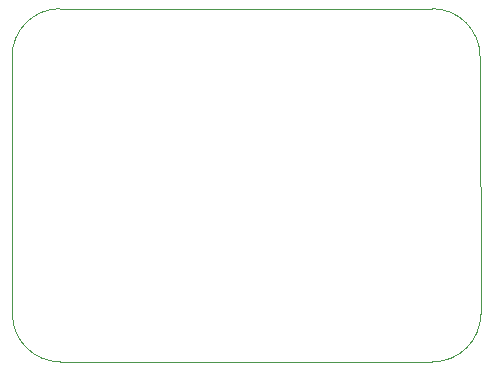
<source format=gbr>
G04 #@! TF.GenerationSoftware,KiCad,Pcbnew,(5.1.9)-1*
G04 #@! TF.CreationDate,2021-06-18T22:21:01-05:00*
G04 #@! TF.ProjectId,InputBoardSTM32,496e7075-7442-46f6-9172-6453544d3332,rev?*
G04 #@! TF.SameCoordinates,Original*
G04 #@! TF.FileFunction,Paste,Bot*
G04 #@! TF.FilePolarity,Positive*
%FSLAX46Y46*%
G04 Gerber Fmt 4.6, Leading zero omitted, Abs format (unit mm)*
G04 Created by KiCad (PCBNEW (5.1.9)-1) date 2021-06-18 22:21:01*
%MOMM*%
%LPD*%
G01*
G04 APERTURE LIST*
G04 #@! TA.AperFunction,Profile*
%ADD10C,0.050000*%
G04 #@! TD*
G04 APERTURE END LIST*
D10*
X132588000Y-110680500D02*
X132557520Y-88900000D01*
X136652000Y-114744500D02*
G75*
G02*
X132588000Y-110680500I0J4064000D01*
G01*
X168153080Y-114744500D02*
X136652000Y-114744500D01*
X172186600Y-88900000D02*
X172250164Y-110670340D01*
X172250164Y-110670340D02*
G75*
G02*
X168153080Y-114744500I-4074224J0D01*
G01*
X168122600Y-84836000D02*
X136621520Y-84836000D01*
X132557520Y-88900000D02*
G75*
G02*
X136621520Y-84836000I4064000J0D01*
G01*
X168122600Y-84836000D02*
G75*
G02*
X172186600Y-88900000I0J-4064000D01*
G01*
M02*

</source>
